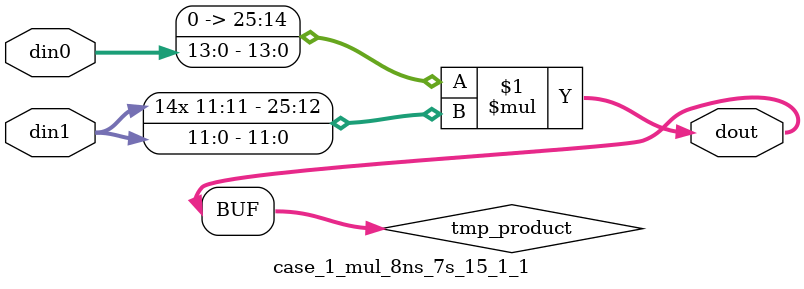
<source format=v>

`timescale 1 ns / 1 ps

 (* use_dsp = "no" *)  module case_1_mul_8ns_7s_15_1_1(din0, din1, dout);
parameter ID = 1;
parameter NUM_STAGE = 0;
parameter din0_WIDTH = 14;
parameter din1_WIDTH = 12;
parameter dout_WIDTH = 26;

input [din0_WIDTH - 1 : 0] din0; 
input [din1_WIDTH - 1 : 0] din1; 
output [dout_WIDTH - 1 : 0] dout;

wire signed [dout_WIDTH - 1 : 0] tmp_product;

























assign tmp_product = $signed({1'b0, din0}) * $signed(din1);










assign dout = tmp_product;





















endmodule

</source>
